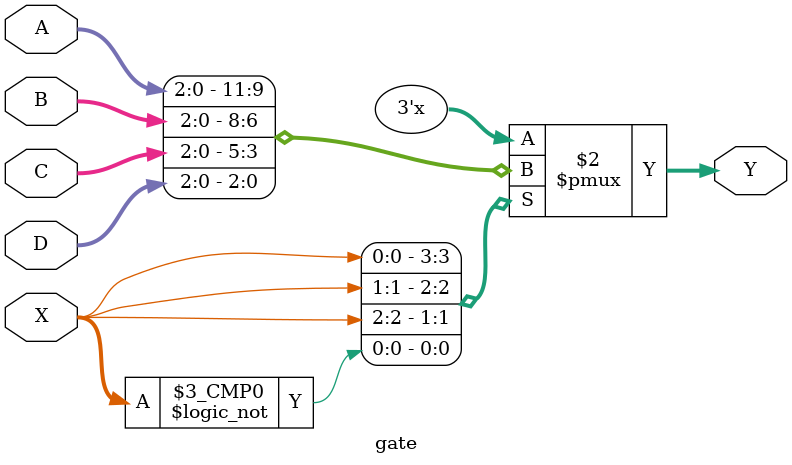
<source format=v>
    module gate (input [2:0] A, B, C, D, X, output reg [2:0] Y);
        always @*
            (* parallel_case *)
            casez (X)
                3'b??1: Y = A;
                3'b?1?: Y = B;
                3'b1??: Y = C;
                3'b000: Y = D;
            endcase
    endmodule

</source>
